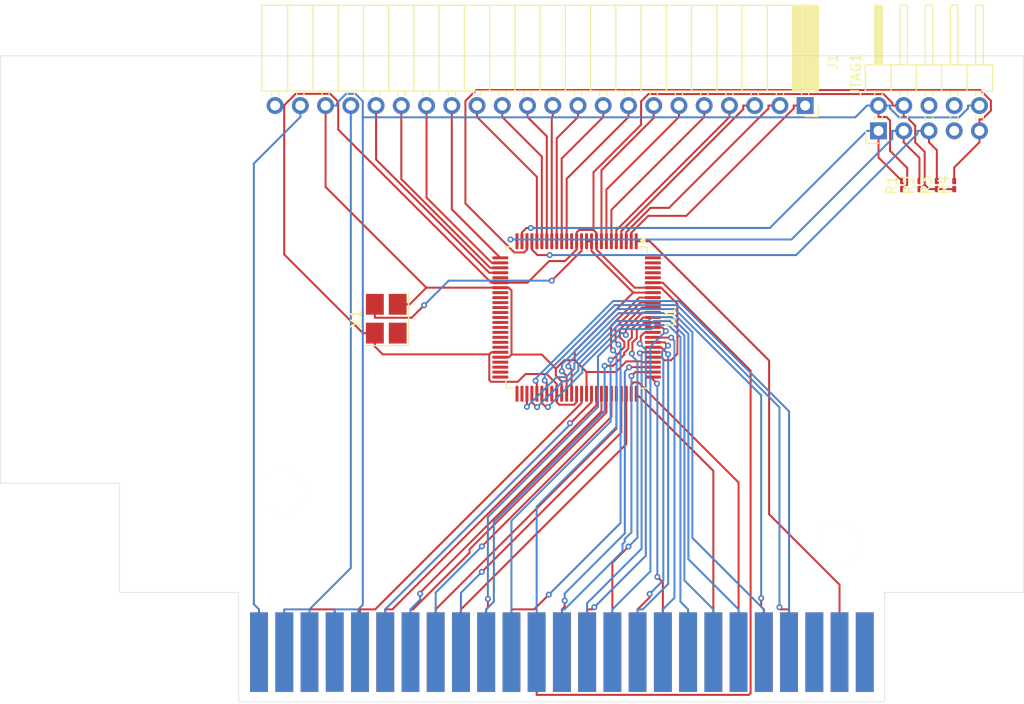
<source format=kicad_pcb>
(kicad_pcb (version 20240108) (generator "pcbnew") (generator_version "8.0")
  (layers (0 "F.Cu" signal) (31 "B.Cu" signal) (34 "B.Paste" user) (35 "F.Paste" user) (36 "B.SilkS" user "B.Silkscreen") (37 "F.SilkS" user "F.Silkscreen") (38 "B.Mask" user) (39 "F.Mask" user) (44 "Edge.Cuts" user))
  (net 0 "")
  (net 1 "/RC12")
  (net 2 "/RD0")
  (net 3 "/RC17")
  (net 4 "GND")
  (net 5 "/RD3")
  (net 6 "/RC16")
  (net 7 "/RC11")
  (net 8 "/RC8")
  (net 9 "/RD7")
  (net 10 "/RD2")
  (net 11 "/RD4")
  (net 12 "/+5V")
  (net 13 "/RD6")
  (net 14 "/RC9")
  (net 15 "/RC15")
  (net 16 "/RC10")
  (net 17 "/SOUNDIN")
  (net 18 "/RC14")
  (net 19 "/RD5")
  (net 20 "/RD1")
  (net 21 "/RC13")
  (net 22 "/TMS")
  (net 23 "/MREQ")
  (net 24 "+3V3")
  (net 25 "/A3")
  (net 26 "/SLTSL")
  (net 27 "/RESET")
  (net 28 "/D1")
  (net 32 "/G26")
  (net 33 "/A10")
  (net 34 "/D4")
  (net 35 "/IORQ")
  (net 37 "/D7")
  (net 39 "/A1")
  (net 40 "/G25")
  (net 41 "/G23")
  (net 42 "/A11")
  (net 43 "/D5")
  (net 45 "/INT")
  (net 47 "/D2")
  (net 48 "/TDI")
  (net 49 "/D3")
  (net 50 "/BUSDIR")
  (net 51 "/A15")
  (net 53 "/WR")
  (net 54 "/A4")
  (net 55 "/A8")
  (net 57 "/A2")
  (net 58 "/A9")
  (net 60 "/RFSH")
  (net 61 "/A13")
  (net 62 "/A5")
  (net 63 "/G22")
  (net 64 "/TDO")
  (net 65 "/A7")
  (net 67 "/A14")
  (net 68 "/A12")
  (net 70 "/M1")
  (net 71 "/D0")
  (net 72 "/TCK")
  (net 73 "/CLK")
  (net 76 "/A0")
  (net 77 "/GCLK")
  (net 79 "/RD")
  (net 81 "/G27")
  (net 82 "/GCLK_OUT")
  (net 83 "/G24")
  (net 85 "/D6")
  (net 86 "/WAIT")
  (net 88 "/A6")
  (net 92 "Net-(P1-Pin_44)")
  (footprint "Package_QFP:LQFP-100_14x14mm_P0.5mm" (layer "F.Cu") (at 131 92.325 -90)
    (property "Reference" "U1")
    (property "Value" "EPM240T100")
  )
  (footprint "Resistor_SMD:R_0201_0603Metric_Pad0.64x0.40mm_HandSolder" (layer "F.Cu") (at 169 79 90)
    (property "Reference" "R4")
    (property "Value" "10K")
  )
  (footprint "Resistor_SMD:R_0201_0603Metric_Pad0.64x0.40mm_HandSolder" (layer "F.Cu") (at 167.25 79 90)
    (property "Reference" "R3")
    (property "Value" "10K")
  )
  (footprint "Resistor_SMD:R_0201_0603Metric_Pad0.64x0.40mm_HandSolder" (layer "F.Cu") (at 165.5 79 90)
    (property "Reference" "R2")
    (property "Value" "10K")
  )
  (footprint "Connector_PinSocket_2.54mm:PinSocket_1x22_P2.54mm_Horizontal" (layer "F.Cu") (at 154 71 -90)
    (property "Reference" "J1")
    (property "Value" "Conn_01x21_Pin")
  )
  (footprint "Connector_PinHeader_2.54mm:PinHeader_2x05_P2.54mm_Horizontal" (layer "F.Cu") (at 161.38 73.54 90)
    (property "Reference" "JTAG1")
    (property "Value" "CONN_02X05")
  )
  (footprint "library:card_edge_connector" (layer "F.Cu") (at 128.2602 122.8526)
    (property "Reference" "P1" (hide yes))
    (property "Value" "CONN_02X25")
  )
  (footprint "Crystal:Crystal_SMD_3225-4Pin_3.2x2.5mm_HandSoldering" (layer "F.Cu") (at 111.85 92.45 90)
    (property "Reference" "X1")
    (property "Value" "TXC-7C")
  )
  (footprint "Resistor_SMD:R_0201_0603Metric_Pad0.64x0.40mm_HandSolder" (layer "F.Cu") (at 163.75 79 90)
    (property "Reference" "R1")
    (property "Value" "10K")
  )
  (gr_line (start 85 109) (end 85 120) (stroke (width 0.05)) (layer "Edge.Cuts"))
  (gr_line (start 97 120) (end 97 131) (stroke (width 0.05)) (layer "Edge.Cuts"))
  (gr_line (start 73 109) (end 85 109) (stroke (width 0.05)) (layer "Edge.Cuts"))
  (gr_line (start 97 131) (end 162 131) (stroke (width 0.05)) (layer "Edge.Cuts"))
  (gr_line (start 176 120) (end 176 66) (stroke (width 0.05)) (layer "Edge.Cuts"))
  (gr_line (start 162 131) (end 162 120) (stroke (width 0.05)) (layer "Edge.Cuts"))
  (gr_line (start 73 66) (end 73 109) (stroke (width 0.05)) (layer "Edge.Cuts"))
  (gr_line (start 85 120) (end 97 120) (stroke (width 0.05)) (layer "Edge.Cuts"))
  (gr_line (start 162 120) (end 176 120) (stroke (width 0.05)) (layer "Edge.Cuts"))
  (gr_line (start 176 66) (end 73 66) (stroke (width 0.05)) (layer "Edge.Cuts"))
  (segment (start 127.5 84.65) (end 127.5 76.1317) (width 0.2) (layer "F.Cu") (net 1))
  (segment (start 123.52 71) (end 123.52 72.1517) (width 0.2) (layer "F.Cu") (net 1))
  (segment (start 127.5 76.1317) (end 123.52 72.1517) (width 0.2) (layer "F.Cu") (net 1))
  (segment (start 142.0391 82.0971) (end 152.8483 71.2879) (width 0.2) (layer "F.Cu") (net 2))
  (segment (start 136.5 84.65) (end 136.5 83.8088) (width 0.2) (layer "F.Cu") (net 2))
  (segment (start 136.5 83.8088) (end 138.2117 82.0971) (width 0.2) (layer "F.Cu") (net 2))
  (segment (start 138.2117 82.0971) (end 142.0391 82.0971) (width 0.2) (layer "F.Cu") (net 2))
  (segment (start 152.8483 71.2879) (end 152.8483 71) (width 0.2) (layer "F.Cu") (net 2))
  (segment (start 154 71) (end 152.8483 71) (width 0.2) (layer "F.Cu") (net 2))
  (segment (start 110.82 76.431) (end 122.214 87.825) (width 0.2) (layer "F.Cu") (net 3))
  (segment (start 122.214 87.825) (end 123.325 87.825) (width 0.2) (layer "F.Cu") (net 3))
  (segment (start 110.82 71) (end 110.82 76.431) (width 0.2) (layer "F.Cu") (net 3))
  (segment (start 162.545 72.5022) (end 162.1945 72.1517) (width 0.2) (layer "F.Cu") (net 4))
  (segment (start 115.8767 89.325) (end 123.325 89.325) (width 0.2) (layer "F.Cu") (net 4))
  (segment (start 130.812 95.7064) (end 136.6934 89.825) (width 0.2) (layer "F.Cu") (net 4))
  (segment (start 132 97.8126) (end 132 100) (width 0.2) (layer "F.Cu") (net 4))
  (segment (start 129.7642 96.6246) (end 130.812 96.6246) (width 0.2) (layer "F.Cu") (net 4))
  (segment (start 164.2675 77.2797) (end 162.545 75.5572) (width 0.2) (layer "F.Cu") (net 4))
  (segment (start 132.5 84.65) (end 132 84.65) (width 0.2) (layer "F.Cu") (net 4))
  (segment (start 128.9125 98.1812) (end 128.9125 97.4763) (width 0.2) (layer "F.Cu") (net 4))
  (segment (start 113 91) (end 114.2017 91) (width 0.2) (layer "F.Cu") (net 4))
  (segment (start 163.836 79.4075) (end 164.2675 78.976) (width 0.2) (layer "F.Cu") (net 4))
  (segment (start 130.812 96.6246) (end 132 97.8126) (width 0.2) (layer "F.Cu") (net 4))
  (segment (start 124.1821 96.325) (end 123.325 96.325) (width 0.2) (layer "F.Cu") (net 4))
  (segment (start 132.5 85.6316) (end 136.6934 89.825) (width 0.2) (layer "F.Cu") (net 4))
  (segment (start 123.325 89.325) (end 124.1581 89.325) (width 0.2) (layer "F.Cu") (net 4))
  (segment (start 128.9125 97.4763) (end 129.7642 96.6246) (width 0.2) (layer "F.Cu") (net 4))
  (segment (start 132.5 84.65) (end 132.5 85.6316) (width 0.2) (layer "F.Cu") (net 4))
  (segment (start 134.9404 97.8126) (end 132 97.8126) (width 0.2) (layer "F.Cu") (net 4))
  (segment (start 138.675 96.825) (end 137.5745 96.825) (width 0.2) (layer "F.Cu") (net 4))
  (segment (start 124.4499 96.0572) (end 127.4934 96.0572) (width 0.2) (layer "F.Cu") (net 4))
  (segment (start 161.38 71) (end 161.38 72.1517) (width 0.2) (layer "F.Cu") (net 4))
  (segment (start 124.1581 89.325) (end 124.4499 89.6168) (width 0.2) (layer "F.Cu") (net 4))
  (segment (start 114.2017 91) (end 115.8767 89.325) (width 0.2) (layer "F.Cu") (net 4))
  (segment (start 137.5745 96.825) (end 137.4899 96.7404) (width 0.2) (layer "F.Cu") (net 4))
  (segment (start 162.545 75.5572) (end 162.545 72.5022) (width 0.2) (layer "F.Cu") (net 4))
  (segment (start 105.74 79.1883) (end 105.74 71) (width 0.2) (layer "F.Cu") (net 4))
  (segment (start 115.8767 89.325) (end 105.74 79.1883) (width 0.2) (layer "F.Cu") (net 4))
  (segment (start 124.4499 89.6168) (end 124.4499 96.0572) (width 0.2) (layer "F.Cu") (net 4))
  (segment (start 129.5 98.7687) (end 128.9125 98.1812) (width 0.2) (layer "F.Cu") (net 4))
  (segment (start 129.5 100) (end 129.5 98.7687) (width 0.2) (layer "F.Cu") (net 4))
  (segment (start 124.4499 96.0572) (end 124.1821 96.325) (width 0.2) (layer "F.Cu") (net 4))
  (segment (start 127.4934 96.0572) (end 128.9125 97.4763) (width 0.2) (layer "F.Cu") (net 4))
  (segment (start 162.1945 72.1517) (end 161.38 72.1517) (width 0.2) (layer "F.Cu") (net 4))
  (segment (start 136.0126 96.7404) (end 134.9404 97.8126) (width 0.2) (layer "F.Cu") (net 4))
  (segment (start 163.75 79.4075) (end 163.836 79.4075) (width 0.2) (layer "F.Cu") (net 4))
  (segment (start 130.812 96.6246) (end 130.812 95.7064) (width 0.2) (layer "F.Cu") (net 4))
  (segment (start 138.675 89.825) (end 136.6934 89.825) (width 0.2) (layer "F.Cu") (net 4))
  (segment (start 137.4899 96.7404) (end 136.0126 96.7404) (width 0.2) (layer "F.Cu") (net 4))
  (segment (start 164.2675 78.976) (end 164.2675 77.2797) (width 0.2) (layer "F.Cu") (net 4))
  (segment (start 162.5317 71.2685) (end 162.5317 71) (width 0.2) (layer "B.Cu") (net 4))
  (segment (start 109.0281 121.6983) (end 106.66 121.6983) (width 0.2) (layer "B.Cu") (net 4))
  (segment (start 109.0281 121.6983) (end 109.485 121.2414) (width 0.2) (layer "B.Cu") (net 4))
  (segment (start 105.74 71) (end 106.8917 71) (width 0.2) (layer "B.Cu") (net 4))
  (segment (start 108.753 69.8227) (end 107.8005 69.8227) (width 0.2) (layer "B.Cu") (net 4))
  (segment (start 161.38 71) (end 162.5317 71) (width 0.2) (layer "B.Cu") (net 4))
  (segment (start 171.54 71) (end 170.3883 71) (width 0.2) (layer "B.Cu") (net 4))
  (segment (start 159.046 72.1823) (end 160.2283 71) (width 0.2) (layer "B.Cu") (net 4))
  (segment (start 163.4538 72.1906) (end 162.5317 71.2685) (width 0.2) (layer "B.Cu") (net 4))
  (segment (start 106.8917 70.7315) (end 106.8917 71) (width 0.2) (layer "B.Cu") (net 4))
  (segment (start 109.485 70.5547) (end 108.753 69.8227) (width 0.2) (layer "B.Cu") (net 4))
  (segment (start 170.3883 71) (end 170.3883 71.2879) (width 0.2) (layer "B.Cu") (net 4))
  (segment (start 109.2 126) (end 109.2 123.8491) (width 0.2) (layer "B.Cu") (net 4))
  (segment (start 109.0281 123.6772) (end 109.0281 121.6983) (width 0.2) (layer "B.Cu") (net 4))
  (segment (start 106.66 126) (end 106.66 121.6983) (width 0.2) (layer "B.Cu") (net 4))
  (segment (start 107.8005 69.8227) (end 106.8917 70.7315) (width 0.2) (layer "B.Cu") (net 4))
  (segment (start 169.4856 72.1906) (end 163.4538 72.1906) (width 0.2) (layer "B.Cu") (net 4))
  (segment (start 161.38 71) (end 160.2283 71) (width 0.2) (layer "B.Cu") (net 4))
  (segment (start 109.485 72.1823) (end 109.485 70.5547) (width 0.2) (layer "B.Cu") (net 4))
  (segment (start 109.2 123.8491) (end 109.0281 123.6772) (width 0.2) (layer "B.Cu") (net 4))
  (segment (start 109.485 121.2414) (end 109.485 72.1823) (width 0.2) (layer "B.Cu") (net 4))
  (segment (start 170.3883 71.2879) (end 169.4856 72.1906) (width 0.2) (layer "B.Cu") (net 4))
  (segment (start 109.485 72.1823) (end 159.046 72.1823) (width 0.2) (layer "B.Cu") (net 4))
  (segment (start 146.38 71) (end 146.38 72.1517) (width 0.2) (layer "F.Cu") (net 5))
  (segment (start 135 83.5317) (end 135 84.65) (width 0.2) (layer "F.Cu") (net 5))
  (segment (start 146.38 72.1517) (end 135 83.5317) (width 0.2) (layer "F.Cu") (net 5))
  (segment (start 122.2894 87.325) (end 113.36 78.3956) (width 0.2) (layer "F.Cu") (net 6))
  (segment (start 123.325 87.325) (end 122.2894 87.325) (width 0.2) (layer "F.Cu") (net 6))
  (segment (start 113.36 78.3956) (end 113.36 71) (width 0.2) (layer "F.Cu") (net 6))
  (segment (start 126.06 72.1517) (end 128 74.0917) (width 0.2) (layer "F.Cu") (net 7))
  (segment (start 128 74.0917) (end 128 84.65) (width 0.2) (layer "F.Cu") (net 7))
  (segment (start 126.06 71) (end 126.06 72.1517) (width 0.2) (layer "F.Cu") (net 7))
  (segment (start 133.68 72.1517) (end 129.5 76.3317) (width 0.2) (layer "F.Cu") (net 8))
  (segment (start 133.68 71) (end 133.68 72.1517) (width 0.2) (layer "F.Cu") (net 8))
  (segment (start 129.5 76.3317) (end 129.5 84.65) (width 0.2) (layer "F.Cu") (net 8))
  (segment (start 130 78.3717) (end 130 84.65) (width 0.2) (layer "F.Cu") (net 9))
  (segment (start 136.22 71) (end 136.22 72.1517) (width 0.2) (layer "F.Cu") (net 9))
  (segment (start 136.22 72.1517) (end 130 78.3717) (width 0.2) (layer "F.Cu") (net 9))
  (segment (start 135.5 83.6403) (end 135.5 84.65) (width 0.2) (layer "F.Cu") (net 10))
  (segment (start 148.92 71) (end 147.7683 71) (width 0.2) (layer "F.Cu") (net 10))
  (segment (start 147.7683 71.372) (end 135.5 83.6403) (width 0.2) (layer "F.Cu") (net 10))
  (segment (start 147.7683 71) (end 147.7683 71.372) (width 0.2) (layer "F.Cu") (net 10))
  (segment (start 134.5 81.4917) (end 134.5 84.65) (width 0.2) (layer "F.Cu") (net 11))
  (segment (start 143.84 71) (end 143.84 72.1517) (width 0.2) (layer "F.Cu") (net 11))
  (segment (start 143.84 72.1517) (end 134.5 81.4917) (width 0.2) (layer "F.Cu") (net 11))
  (segment (start 104.12 121.7991) (end 104.12 121.6983) (width 0.2) (layer "B.Cu") (net 12))
  (segment (start 101.58 126) (end 101.58 121.6983) (width 0.2) (layer "B.Cu") (net 12))
  (segment (start 101.58 121.6983) (end 104.12 121.6983) (width 0.2) (layer "B.Cu") (net 12))
  (segment (start 108.28 117.5383) (end 108.28 71) (width 0.2) (layer "B.Cu") (net 12))
  (segment (start 104.12 121.6983) (end 108.28 117.5383) (width 0.2) (layer "B.Cu") (net 12))
  (segment (start 104.12 126) (end 104.12 121.7991) (width 0.2) (layer "B.Cu") (net 12))
  (segment (start 133.5 77.5089) (end 138.76 72.2489) (width 0.2) (layer "F.Cu") (net 13))
  (segment (start 138.76 71) (end 138.76 71.9854) (width 0.2) (layer "F.Cu") (net 13))
  (segment (start 138.76 72.2489) (end 138.76 71.9854) (width 0.2) (layer "F.Cu") (net 13))
  (segment (start 133.5 84.65) (end 133.5 77.5089) (width 0.2) (layer "F.Cu") (net 13))
  (segment (start 131.14 71) (end 131.14 72.1517) (width 0.2) (layer "F.Cu") (net 14))
  (segment (start 129 74.2917) (end 129 84.65) (width 0.2) (layer "F.Cu") (net 14))
  (segment (start 131.14 72.1517) (end 129 74.2917) (width 0.2) (layer "F.Cu") (net 14))
  (segment (start 115.9 71) (end 115.9 72.1517) (width 0.2) (layer "F.Cu") (net 15))
  (segment (start 115.9 80.2627) (end 115.9 72.1517) (width 0.2) (layer "F.Cu") (net 15))
  (segment (start 123.325 86.825) (end 122.4623 86.825) (width 0.2) (layer "F.Cu") (net 15))
  (segment (start 122.4623 86.825) (end 115.9 80.2627) (width 0.2) (layer "F.Cu") (net 15))
  (segment (start 128.6 71) (end 128.6 72.1517) (width 0.2) (layer "F.Cu") (net 16))
  (segment (start 128.5 72.2517) (end 128.5 84.65) (width 0.2) (layer "F.Cu") (net 16))
  (segment (start 128.6 72.1517) (end 128.5 72.2517) (width 0.2) (layer "F.Cu") (net 16))
  (segment (start 99.04 121.6983) (end 98.5223 121.1806) (width 0.2) (layer "B.Cu") (net 17))
  (segment (start 99.04 126) (end 99.04 121.6983) (width 0.2) (layer "B.Cu") (net 17))
  (segment (start 98.5223 121.1806) (end 98.5223 76.8294) (width 0.2) (layer "B.Cu") (net 17))
  (segment (start 103.2 71) (end 103.2 72.1517) (width 0.2) (layer "B.Cu") (net 17))
  (segment (start 98.5223 76.8294) (end 103.2 72.1517) (width 0.2) (layer "B.Cu") (net 17))
  (segment (start 118.44 81.44) (end 123.325 86.325) (width 0.2) (layer "F.Cu") (net 18))
  (segment (start 118.44 71) (end 118.44 72.1517) (width 0.2) (layer "F.Cu") (net 18))
  (segment (start 118.44 72.1517) (end 118.44 81.44) (width 0.2) (layer "F.Cu") (net 18))
  (segment (start 141.3 71) (end 141.3 72.1517) (width 0.2) (layer "F.Cu") (net 19))
  (segment (start 141.3 72.1517) (end 134 79.4517) (width 0.2) (layer "F.Cu") (net 19))
  (segment (start 134 79.4517) (end 134 84.65) (width 0.2) (layer "F.Cu") (net 19))
  (segment (start 136 83.7306) (end 138.4369 81.2937) (width 0.2) (layer "F.Cu") (net 20))
  (segment (start 140.3026 81.2937) (end 150.3083 71.288) (width 0.2) (layer "F.Cu") (net 20))
  (segment (start 138.4369 81.2937) (end 140.3026 81.2937) (width 0.2) (layer "F.Cu") (net 20))
  (segment (start 136 84.65) (end 136 83.7306) (width 0.2) (layer "F.Cu") (net 20))
  (segment (start 150.3083 71.288) (end 150.3083 71) (width 0.2) (layer "F.Cu") (net 20))
  (segment (start 151.46 71) (end 150.3083 71) (width 0.2) (layer "F.Cu") (net 20))
  (segment (start 127 78.1717) (end 127 84.65) (width 0.2) (layer "F.Cu") (net 21))
  (segment (start 120.98 71) (end 120.98 72.1517) (width 0.2) (layer "F.Cu") (net 21))
  (segment (start 120.98 72.1517) (end 127 78.1717) (width 0.2) (layer "F.Cu") (net 21))
  (segment (start 127.0587 86.0458) (end 128.2869 86.0458) (width 0.2) (layer "F.Cu") (net 22))
  (segment (start 126.5 84.65) (end 126.5 85.4871) (width 0.2) (layer "F.Cu") (net 22))
  (segment (start 166.46 73.54) (end 166.46 74.6917) (width 0.2) (layer "F.Cu") (net 22))
  (segment (start 167.25 78.5925) (end 167.25 75.4817) (width 0.2) (layer "F.Cu") (net 22))
  (segment (start 167.25 75.4817) (end 166.46 74.6917) (width 0.2) (layer "F.Cu") (net 22))
  (segment (start 126.5 85.4871) (end 127.0587 86.0458) (width 0.2) (layer "F.Cu") (net 22))
  (via (at 128.2869 86.0458) (size 0.6) (drill 0.3) (layers "F.Cu" "B.Cu") (net 22))
  (segment (start 153.0904 86.0458) (end 128.2869 86.0458) (width 0.2) (layer "B.Cu") (net 22))
  (segment (start 166.46 73.54) (end 165.3083 73.54) (width 0.2) (layer "B.Cu") (net 22))
  (segment (start 165.3083 73.8279) (end 153.0904 86.0458) (width 0.2) (layer "B.Cu") (net 22))
  (segment (start 165.3083 73.54) (end 165.3083 73.8279) (width 0.2) (layer "B.Cu") (net 22))
  (segment (start 147.3 126) (end 147.3 108.9334) (width 0.2) (layer "F.Cu") (net 23))
  (segment (start 136.7546 98.8511) (end 136.5 99.1057) (width 0.2) (layer "F.Cu") (net 23))
  (segment (start 137.2177 98.8511) (end 136.7546 98.8511) (width 0.2) (layer "F.Cu") (net 23))
  (segment (start 136.5 99.1057) (end 136.5 100) (width 0.2) (layer "F.Cu") (net 23))
  (segment (start 147.3 108.9334) (end 137.2177 98.8511) (width 0.2) (layer "F.Cu") (net 23))
  (segment (start 136.8419 89.325) (end 138.675 89.325) (width 0.2) (layer "F.Cu") (net 24))
  (segment (start 141.1471 95.9805) (end 141.1471 90.964) (width 0.2) (layer "F.Cu") (net 24))
  (segment (start 140.4958 96.6318) (end 141.1471 95.9805) (width 0.2) (layer "F.Cu") (net 24))
  (segment (start 163.92 71) (end 163.92 72.1517) (width 0.2) (layer "F.Cu") (net 24))
  (segment (start 131 84.65) (end 131 85.4831) (width 0.2) (layer "F.Cu") (net 24))
  (segment (start 137.49 70.5797) (end 138.2295 69.8402) (width 0.2) (layer "F.Cu") (net 24))
  (segment (start 125.0882 98.7959) (end 122.396 98.7959) (width 0.2) (layer "F.Cu") (net 24))
  (segment (start 131 100.8476) (end 130.741 101.1066) (width 0.2) (layer "F.Cu") (net 24))
  (segment (start 101.5734 70.9712) (end 102.7256 69.819) (width 0.2) (layer "F.Cu") (net 24))
  (segment (start 102.7256 69.819) (end 106.212 69.819) (width 0.2) (layer "F.Cu") (net 24))
  (segment (start 131 83.7709) (end 131 84.65) (width 0.2) (layer "F.Cu") (net 24))
  (segment (start 107.01 73.4153) (end 122.4197 88.825) (width 0.2) (layer "F.Cu") (net 24))
  (segment (start 125.8688 98.0153) (end 125.0882 98.7959) (width 0.2) (layer "F.Cu") (net 24))
  (segment (start 122.4197 88.825) (end 123.325 88.825) (width 0.2) (layer "F.Cu") (net 24))
  (segment (start 122.2118 96.0349) (end 111.4832 96.0349) (width 0.2) (layer "F.Cu") (net 24))
  (segment (start 131 85.4831) (end 129.8355 86.6476) (width 0.2) (layer "F.Cu") (net 24))
  (segment (start 129.8355 86.6476) (end 128.2379 86.6476) (width 0.2) (layer "F.Cu") (net 24))
  (segment (start 111.4832 96.0349) (end 110.7 95.2517) (width 0.2) (layer "F.Cu") (net 24))
  (segment (start 107.01 70.617) (end 107.01 73.4153) (width 0.2) (layer "F.Cu") (net 24))
  (segment (start 128.2379 86.6476) (end 126.0605 88.825) (width 0.2) (layer "F.Cu") (net 24))
  (segment (start 166.0298 75.6526) (end 166.0298 78.9626) (width 0.2) (layer "F.Cu") (net 24))
  (segment (start 122.2118 98.6117) (end 122.2118 96.0349) (width 0.2) (layer "F.Cu") (net 24))
  (segment (start 132.7002 83.5161) (end 133 83.8159) (width 0.2) (layer "F.Cu") (net 24))
  (segment (start 129 100) (end 129 99.0228) (width 0.2) (layer "F.Cu") (net 24))
  (segment (start 122.396 98.7959) (end 122.2118 98.6117) (width 0.2) (layer "F.Cu") (net 24))
  (segment (start 166.0298 78.9626) (end 165.5849 79.4075) (width 0.2) (layer "F.Cu") (net 24))
  (segment (start 101.5734 71) (end 101.5734 70.9712) (width 0.2) (layer "F.Cu") (net 24))
  (segment (start 161.877 69.8402) (end 162.7683 70.7315) (width 0.2) (layer "F.Cu") (net 24))
  (segment (start 133 84.65) (end 133 85.4831) (width 0.2) (layer "F.Cu") (net 24))
  (segment (start 109.4983 93.9) (end 101.5734 85.9751) (width 0.2) (layer "F.Cu") (net 24))
  (segment (start 110.7 93.9) (end 110.7 95.2517) (width 0.2) (layer "F.Cu") (net 24))
  (segment (start 162.7683 70.7315) (end 162.7683 71) (width 0.2) (layer "F.Cu") (net 24))
  (segment (start 165.5849 79.4075) (end 165.5 79.4075) (width 0.2) (layer "F.Cu") (net 24))
  (segment (start 132.7002 77.7147) (end 137.49 72.9249) (width 0.2) (layer "F.Cu") (net 24))
  (segment (start 139.8149 96.6318) (end 140.4958 96.6318) (width 0.2) (layer "F.Cu") (net 24))
  (segment (start 132.7002 83.5161) (end 132.7002 77.7147) (width 0.2) (layer "F.Cu") (net 24))
  (segment (start 166.4747 79.4075) (end 167.25 79.4075) (width 0.2) (layer "F.Cu") (net 24))
  (segment (start 100.66 71) (end 101.5734 71) (width 0.2) (layer "F.Cu") (net 24))
  (segment (start 139.5081 89.325) (end 138.675 89.325) (width 0.2) (layer "F.Cu") (net 24))
  (segment (start 138.2295 69.8402) (end 161.877 69.8402) (width 0.2) (layer "F.Cu") (net 24))
  (segment (start 131 100) (end 131 100.8476) (width 0.2) (layer "F.Cu") (net 24))
  (segment (start 165.0717 73.0154) (end 165.0717 74.6945) (width 0.2) (layer "F.Cu") (net 24))
  (segment (start 130.741 101.1066) (end 129.2596 101.1066) (width 0.2) (layer "F.Cu") (net 24))
  (segment (start 131.2548 83.5161) (end 131 83.7709) (width 0.2) (layer "F.Cu") (net 24))
  (segment (start 141.1471 90.964) (end 139.5081 89.325) (width 0.2) (layer "F.Cu") (net 24))
  (segment (start 127.9925 98.0153) (end 125.8688 98.0153) (width 0.2) (layer "F.Cu") (net 24))
  (segment (start 122.4217 95.825) (end 123.325 95.825) (width 0.2) (layer "F.Cu") (net 24))
  (segment (start 166.0298 78.9626) (end 166.4747 79.4075) (width 0.2) (layer "F.Cu") (net 24))
  (segment (start 133 83.8159) (end 133 84.65) (width 0.2) (layer "F.Cu") (net 24))
  (segment (start 139.5081 96.325) (end 139.8149 96.6318) (width 0.2) (layer "F.Cu") (net 24))
  (segment (start 164.208 72.1517) (end 165.0717 73.0154) (width 0.2) (layer "F.Cu") (net 24))
  (segment (start 137.49 72.9249) (end 137.49 70.5797) (width 0.2) (layer "F.Cu") (net 24))
  (segment (start 132.7002 83.5161) (end 131.2548 83.5161) (width 0.2) (layer "F.Cu") (net 24))
  (segment (start 165.0717 74.6945) (end 166.0298 75.6526) (width 0.2) (layer "F.Cu") (net 24))
  (segment (start 129 99.0228) (end 127.9925 98.0153) (width 0.2) (layer "F.Cu") (net 24))
  (segment (start 133 85.4831) (end 136.8419 89.325) (width 0.2) (layer "F.Cu") (net 24))
  (segment (start 126.0605 88.825) (end 123.325 88.825) (width 0.2) (layer "F.Cu") (net 24))
  (segment (start 138.675 96.325) (end 139.5081 96.325) (width 0.2) (layer "F.Cu") (net 24))
  (segment (start 122.2118 96.0349) (end 122.4217 95.825) (width 0.2) (layer "F.Cu") (net 24))
  (segment (start 129.2596 101.1066) (end 129 100.847) (width 0.2) (layer "F.Cu") (net 24))
  (segment (start 167.25 79.4075) (end 169 79.4075) (width 0.2) (layer "F.Cu") (net 24))
  (segment (start 129 100.847) (end 129 100) (width 0.2) (layer "F.Cu") (net 24))
  (segment (start 106.212 69.819) (end 107.01 70.617) (width 0.2) (layer "F.Cu") (net 24))
  (segment (start 101.5734 85.9751) (end 101.5734 71) (width 0.2) (layer "F.Cu") (net 24))
  (segment (start 163.92 72.1517) (end 164.208 72.1517) (width 0.2) (layer "F.Cu") (net 24))
  (segment (start 163.92 71) (end 162.7683 71) (width 0.2) (layer "F.Cu") (net 24))
  (segment (start 110.7 93.9) (end 109.4983 93.9) (width 0.2) (layer "F.Cu") (net 24))
  (segment (start 135.8091 95.2909) (end 135.8091 94.7925) (width 0.2) (layer "F.Cu") (net 25))
  (segment (start 135.8091 94.7925) (end 135.6628 94.6462) (width 0.2) (layer "F.Cu") (net 25))
  (segment (start 135.6628 94.646) (end 135.3509 94.3341) (width 0.2) (layer "F.Cu") (net 25))
  (segment (start 134.419 96.5894) (end 134.5881 96.5894) (width 0.2) (layer "F.Cu") (net 25))
  (segment (start 137.5532 91.325) (end 138.675 91.325) (width 0.2) (layer "F.Cu") (net 25))
  (segment (start 135.3803 95.7176) (end 135.4545 95.6434) (width 0.2) (layer "F.Cu") (net 25))
  (segment (start 135.6628 94.6462) (end 135.6628 94.646) (width 0.2) (layer "F.Cu") (net 25))
  (segment (start 135.3509 93.5273) (end 137.5532 91.325) (width 0.2) (layer "F.Cu") (net 25))
  (segment (start 135.4545 95.6434) (end 135.4566 95.6434) (width 0.2) (layer "F.Cu") (net 25))
  (segment (start 135.3803 95.7972) (end 135.3803 95.7176) (width 0.2) (layer "F.Cu") (net 25))
  (segment (start 135.3509 94.3341) (end 135.3509 93.5273) (width 0.2) (layer "F.Cu") (net 25))
  (segment (start 134.5881 96.5894) (end 135.3803 95.7972) (width 0.2) (layer "F.Cu") (net 25))
  (segment (start 135.4566 95.6434) (end 135.8091 95.2909) (width 0.2) (layer "F.Cu") (net 25))
  (via (at 134.419 96.5894) (size 0.6) (drill 0.3) (layers "F.Cu" "B.Cu") (net 25))
  (segment (start 124.44 126) (end 124.44 112.7704) (width 0.2) (layer "B.Cu") (net 25))
  (segment (start 134.4206 96.591) (end 134.419 96.5894) (width 0.2) (layer "B.Cu") (net 25))
  (segment (start 124.44 112.7704) (end 134.4206 102.7898) (width 0.2) (layer "B.Cu") (net 25))
  (segment (start 134.4206 102.7898) (end 134.4206 96.591) (width 0.2) (layer "B.Cu") (net 25))
  (segment (start 157.46 126) (end 157.46 119.2166) (width 0.2) (layer "F.Cu") (net 26))
  (segment (start 157.46 119.2166) (end 150.3709 112.1275) (width 0.2) (layer "F.Cu") (net 26))
  (segment (start 150.3709 112.1275) (end 150.3709 96.6625) (width 0.2) (layer "F.Cu") (net 26))
  (segment (start 150.3709 96.6625) (end 138.3584 84.65) (width 0.2) (layer "F.Cu") (net 26))
  (segment (start 138.3584 84.65) (end 137 84.65) (width 0.2) (layer "F.Cu") (net 26))
  (segment (start 127.9072 101.3377) (end 128.1026 101.3377) (width 0.2) (layer "F.Cu") (net 27))
  (segment (start 127.5 100) (end 127.5 100.9305) (width 0.2) (layer "F.Cu") (net 27))
  (segment (start 127.5 100.9305) (end 127.9072 101.3377) (width 0.2) (layer "F.Cu") (net 27))
  (via (at 128.1026 101.3377) (size 0.6) (drill 0.3) (layers "F.Cu" "B.Cu") (net 27))
  (segment (start 135.3425 93.4875) (end 138.5342 93.4875) (width 0.2) (layer "B.Cu") (net 27))
  (segment (start 131.573 97.8673) (end 131.573 97.257) (width 0.2) (layer "B.Cu") (net 27))
  (segment (start 140.2296 93.0903) (end 141.4466 94.3073) (width 0.2) (layer "B.Cu") (net 27))
  (segment (start 138.5342 93.4875) (end 138.9314 93.0903) (width 0.2) (layer "B.Cu") (net 27))
  (segment (start 141.4466 120.9249) (end 142.22 121.6983) (width 0.2) (layer "B.Cu") (net 27))
  (segment (start 128.1026 101.3377) (end 131.573 97.8673) (width 0.2) (layer "B.Cu") (net 27))
  (segment (start 141.4466 94.3073) (end 141.4466 120.9249) (width 0.2) (layer "B.Cu") (net 27))
  (segment (start 138.9314 93.0903) (end 140.2296 93.0903) (width 0.2) (layer "B.Cu") (net 27))
  (segment (start 131.573 97.257) (end 135.3425 93.4875) (width 0.2) (layer "B.Cu") (net 27))
  (segment (start 142.22 126) (end 142.22 121.6983) (width 0.2) (layer "B.Cu") (net 27))
  (segment (start 121.4668 117.9254) (end 135.5 103.8922) (width 0.2) (layer "F.Cu") (net 28))
  (segment (start 135.5 103.8922) (end 135.5 100) (width 0.2) (layer "F.Cu") (net 28))
  (via (at 121.4668 117.9254) (size 0.6) (drill 0.3) (layers "F.Cu" "B.Cu") (net 28))
  (segment (start 119.36 126) (end 119.36 121.6983) (width 0.2) (layer "B.Cu") (net 28))
  (segment (start 119.36 120.0322) (end 121.4668 117.9254) (width 0.2) (layer "B.Cu") (net 28))
  (segment (start 119.36 121.6983) (end 119.36 120.0322) (width 0.2) (layer "B.Cu") (net 28))
  (segment (start 138.675 94.825) (end 139.861 94.825) (width 0.2) (layer "F.Cu") (net 33))
  (segment (start 137.14 121.6983) (end 138.3519 120.4864) (width 0.2) (layer "F.Cu") (net 33))
  (segment (start 139.861 94.825) (end 140.1951 95.1591) (width 0.2) (layer "F.Cu") (net 33))
  (segment (start 137.14 126) (end 137.14 121.6983) (width 0.2) (layer "F.Cu") (net 33))
  (segment (start 138.3519 120.4864) (end 138.3519 120.1493) (width 0.2) (layer "F.Cu") (net 33))
  (via (at 138.3519 120.1493) (size 0.6) (drill 0.3) (layers "F.Cu" "B.Cu") (net 33))
  (via (at 140.1951 95.1591) (size 0.6) (drill 0.3) (layers "F.Cu" "B.Cu") (net 33))
  (segment (start 139.6117 96.3843) (end 139.7273 96.4999) (width 0.2) (layer "B.Cu") (net 33))
  (segment (start 139.7273 118.7739) (end 138.3519 120.1493) (width 0.2) (layer "B.Cu") (net 33))
  (segment (start 140.1951 95.1591) (end 139.6117 95.7425) (width 0.2) (layer "B.Cu") (net 33))
  (segment (start 139.7273 96.4999) (end 139.7273 118.7739) (width 0.2) (layer "B.Cu") (net 33))
  (segment (start 139.6117 95.7425) (end 139.6117 96.3843) (width 0.2) (layer "B.Cu") (net 33))
  (segment (start 114.28 126) (end 114.28 121.6983) (width 0.2) (layer "F.Cu") (net 34))
  (segment (start 120.2295 116.0012) (end 120.2295 115.6539) (width 0.2) (layer "F.Cu") (net 34))
  (segment (start 120.2295 115.6539) (end 134 101.8834) (width 0.2) (layer "F.Cu") (net 34))
  (segment (start 134 101.8834) (end 134 100) (width 0.2) (layer "F.Cu") (net 34))
  (segment (start 114.28 121.6983) (end 114.5324 121.6983) (width 0.2) (layer "F.Cu") (net 34))
  (segment (start 114.5324 121.6983) (end 120.2295 116.0012) (width 0.2) (layer "F.Cu") (net 34))
  (segment (start 126 100) (end 126 101.3136) (width 0.2) (layer "F.Cu") (net 35))
  (via (at 126 101.3136) (size 0.6) (drill 0.3) (layers "F.Cu" "B.Cu") (net 35))
  (segment (start 130.7695 96.9245) (end 135.0099 92.6841) (width 0.2) (layer "B.Cu") (net 35))
  (segment (start 129.9327 98.3321) (end 130.4155 97.8493) (width 0.2) (layer "B.Cu") (net 35))
  (segment (start 130.7696 96.9968) (end 130.7695 96.9967) (width 0.2) (layer "B.Cu") (net 35))
  (segment (start 141.5683 93.2929) (end 142.25 93.9746) (width 0.2) (layer "B.Cu") (net 35))
  (segment (start 138.5988 92.2869) (end 140.5622 92.2869) (width 0.2) (layer "B.Cu") (net 35))
  (segment (start 142.25 93.9746) (end 142.25 116.6483) (width 0.2) (layer "B.Cu") (net 35))
  (segment (start 130.7696 97.4968) (end 130.7696 96.9968) (width 0.2) (layer "B.Cu") (net 35))
  (segment (start 138.2016 92.6841) (end 138.5988 92.2869) (width 0.2) (layer "B.Cu") (net 35))
  (segment (start 128.9815 98.3321) (end 129.9327 98.3321) (width 0.2) (layer "B.Cu") (net 35))
  (segment (start 140.5622 92.2869) (end 141.5682 93.2929) (width 0.2) (layer "B.Cu") (net 35))
  (segment (start 130.4171 97.8493) (end 130.7696 97.4968) (width 0.2) (layer "B.Cu") (net 35))
  (segment (start 135.0099 92.6841) (end 138.2016 92.6841) (width 0.2) (layer "B.Cu") (net 35))
  (segment (start 147.3 126) (end 147.3 121.6983) (width 0.2) (layer "B.Cu") (net 35))
  (segment (start 130.7695 96.9967) (end 130.7695 96.9245) (width 0.2) (layer "B.Cu") (net 35))
  (segment (start 126 101.3136) (end 128.9815 98.3321) (width 0.2) (layer "B.Cu") (net 35))
  (segment (start 141.5682 93.2929) (end 141.5683 93.2929) (width 0.2) (layer "B.Cu") (net 35))
  (segment (start 130.4155 97.8493) (end 130.4171 97.8493) (width 0.2) (layer "B.Cu") (net 35))
  (segment (start 142.25 116.6483) (end 147.3 121.6983) (width 0.2) (layer "B.Cu") (net 35))
  (segment (start 132.5 100.8393) (end 130.38 102.9593) (width 0.2) (layer "F.Cu") (net 37))
  (segment (start 132.5 100) (end 132.5 100.8393) (width 0.2) (layer "F.Cu") (net 37))
  (segment (start 130.38 102.9593) (end 130.3372 102.9593) (width 0.2) (layer "F.Cu") (net 37))
  (via (at 130.3372 102.9593) (size 0.6) (drill 0.3) (layers "F.Cu" "B.Cu") (net 37))
  (segment (start 111.74 121.6983) (end 130.3372 103.1011) (width 0.2) (layer "B.Cu") (net 37))
  (segment (start 111.74 126) (end 111.74 121.6983) (width 0.2) (layer "B.Cu") (net 37))
  (segment (start 130.3372 103.1011) (end 130.3372 102.9593) (width 0.2) (layer "B.Cu") (net 37))
  (segment (start 137.3048 90.325) (end 138.675 90.325) (width 0.2) (layer "F.Cu") (net 39))
  (segment (start 134.4722 93.1576) (end 137.3048 90.325) (width 0.2) (layer "F.Cu") (net 39))
  (segment (start 134.664 95.6323) (end 134.4722 95.4405) (width 0.2) (layer "F.Cu") (net 39))
  (segment (start 134.4722 95.4405) (end 134.4722 93.1576) (width 0.2) (layer "F.Cu") (net 39))
  (via (at 134.664 95.6323) (size 0.6) (drill 0.3) (layers "F.Cu" "B.Cu") (net 39))
  (segment (start 126.98 126) (end 126.98 121.6983) (width 0.2) (layer "B.Cu") (net 39))
  (segment (start 126.98 111.3664) (end 135.0207 103.3257) (width 0.2) (layer "B.Cu") (net 39))
  (segment (start 135.0207 95.989) (end 134.664 95.6323) (width 0.2) (layer "B.Cu") (net 39))
  (segment (start 135.0207 103.3257) (end 135.0207 95.989) (width 0.2) (layer "B.Cu") (net 39))
  (segment (start 126.98 121.6983) (end 126.98 111.3664) (width 0.2) (layer "B.Cu") (net 39))
  (segment (start 139.5091 95.325) (end 140.2134 96.0293) (width 0.2) (layer "F.Cu") (net 42))
  (segment (start 138.675 95.325) (end 139.5091 95.325) (width 0.2) (layer "F.Cu") (net 42))
  (via (at 140.2134 96.0293) (size 0.6) (drill 0.3) (layers "F.Cu" "B.Cu") (net 42))
  (segment (start 137.14 121.6983) (end 137.6567 121.6983) (width 0.2) (layer "B.Cu") (net 42))
  (segment (start 137.14 126) (end 137.14 121.6983) (width 0.2) (layer "B.Cu") (net 42))
  (segment (start 140.2134 119.1416) (end 140.2134 96.0293) (width 0.2) (layer "B.Cu") (net 42))
  (segment (start 137.6567 121.6983) (end 140.2134 119.1416) (width 0.2) (layer "B.Cu") (net 42))
  (segment (start 133.5 101.77) (end 133.5 100) (width 0.2) (layer "F.Cu") (net 43))
  (segment (start 115.2573 120.1225) (end 115.2573 120.0127) (width 0.2) (layer "F.Cu") (net 43))
  (segment (start 115.2573 120.0127) (end 133.5 101.77) (width 0.2) (layer "F.Cu") (net 43))
  (via (at 115.2573 120.1225) (size 0.6) (drill 0.3) (layers "F.Cu" "B.Cu") (net 43))
  (segment (start 115.2573 120.721) (end 115.2573 120.1225) (width 0.2) (layer "B.Cu") (net 43))
  (segment (start 114.28 126) (end 114.28 121.6983) (width 0.2) (layer "B.Cu") (net 43))
  (segment (start 114.28 121.6983) (end 115.2573 120.721) (width 0.2) (layer "B.Cu") (net 43))
  (segment (start 152.38 126) (end 152.38 121.6983) (width 0.2) (layer "F.Cu") (net 45))
  (segment (start 128 100) (end 128 98.8737) (width 0.2) (layer "F.Cu") (net 45))
  (segment (start 151.6232 121.6983) (end 151.4133 121.4884) (width 0.2) (layer "F.Cu") (net 45))
  (segment (start 152.38 121.6983) (end 151.6232 121.6983) (width 0.2) (layer "F.Cu") (net 45))
  (segment (start 128 98.8737) (end 127.7915 98.6652) (width 0.2) (layer "F.Cu") (net 45))
  (via (at 127.7915 98.6652) (size 0.6) (drill 0.3) (layers "F.Cu" "B.Cu") (net 45))
  (via (at 151.4133 121.4884) (size 0.6) (drill 0.3) (layers "F.Cu" "B.Cu") (net 45))
  (segment (start 127.7915 98.1244) (end 127.7915 98.6652) (width 0.2) (layer "B.Cu") (net 45))
  (segment (start 151.4133 101.3706) (end 141.1198 91.0771) (width 0.2) (layer "B.Cu") (net 45))
  (segment (start 141.1198 91.0771) (end 134.8388 91.0771) (width 0.2) (layer "B.Cu") (net 45))
  (segment (start 151.4133 121.4884) (end 151.4133 101.3706) (width 0.2) (layer "B.Cu") (net 45))
  (segment (start 134.8388 91.0771) (end 127.7915 98.1244) (width 0.2) (layer "B.Cu") (net 45))
  (segment (start 135 100) (end 135 103.5183) (width 0.2) (layer "F.Cu") (net 47))
  (segment (start 116.82 126) (end 116.82 121.6983) (width 0.2) (layer "F.Cu") (net 47))
  (segment (start 135 103.5183) (end 116.82 121.6983) (width 0.2) (layer "F.Cu") (net 47))
  (segment (start 171.54 73.54) (end 171.54 74.6917) (width 0.2) (layer "F.Cu") (net 48))
  (segment (start 124.7384 85.7811) (end 125.7197 85.7811) (width 0.2) (layer "F.Cu") (net 48))
  (segment (start 171.54 72.3883) (end 171.8085 72.3883) (width 0.2) (layer "F.Cu") (net 48))
  (segment (start 172.6927 70.5114) (end 171.6198 69.4385) (width 0.2) (layer "F.Cu") (net 48))
  (segment (start 125.7197 85.7811) (end 126 85.5008) (width 0.2) (layer "F.Cu") (net 48))
  (segment (start 119.809 70.5309) (end 119.809 80.8517) (width 0.2) (layer "F.Cu") (net 48))
  (segment (start 171.54 74.6917) (end 169 77.2317) (width 0.2) (layer "F.Cu") (net 48))
  (segment (start 169 77.2317) (end 169 78.5925) (width 0.2) (layer "F.Cu") (net 48))
  (segment (start 171.8085 72.3883) (end 172.6927 71.5041) (width 0.2) (layer "F.Cu") (net 48))
  (segment (start 172.6927 71.5041) (end 172.6927 70.5114) (width 0.2) (layer "F.Cu") (net 48))
  (segment (start 120.9014 69.4385) (end 119.809 70.5309) (width 0.2) (layer "F.Cu") (net 48))
  (segment (start 171.54 73.54) (end 171.54 72.3883) (width 0.2) (layer "F.Cu") (net 48))
  (segment (start 126 85.5008) (end 126 84.65) (width 0.2) (layer "F.Cu") (net 48))
  (segment (start 171.6198 69.4385) (end 120.9014 69.4385) (width 0.2) (layer "F.Cu") (net 48))
  (segment (start 119.809 80.8517) (end 124.7384 85.7811) (width 0.2) (layer "F.Cu") (net 48))
  (segment (start 134.5 100) (end 134.5 102.3242) (width 0.2) (layer "F.Cu") (net 49))
  (segment (start 134.5 102.3242) (end 121.468 115.3562) (width 0.2) (layer "F.Cu") (net 49))
  (via (at 121.468 115.3562) (size 0.6) (drill 0.3) (layers "F.Cu" "B.Cu") (net 49))
  (segment (start 116.82 120.0042) (end 121.468 115.3562) (width 0.2) (layer "B.Cu") (net 49))
  (segment (start 116.82 126) (end 116.82 121.6983) (width 0.2) (layer "B.Cu") (net 49))
  (segment (start 116.82 121.6983) (end 116.82 120.0042) (width 0.2) (layer "B.Cu") (net 49))
  (segment (start 149.84 121.6983) (end 149.5735 121.4318) (width 0.2) (layer "F.Cu") (net 50))
  (segment (start 149.5735 121.4318) (end 149.5735 120.5765) (width 0.2) (layer "F.Cu") (net 50))
  (segment (start 130 100) (end 130 98.2136) (width 0.2) (layer "F.Cu") (net 50))
  (segment (start 130 98.2136) (end 129.5168 97.7304) (width 0.2) (layer "F.Cu") (net 50))
  (segment (start 149.84 126) (end 149.84 121.6983) (width 0.2) (layer "F.Cu") (net 50))
  (via (at 129.5168 97.7304) (size 0.6) (drill 0.3) (layers "F.Cu" "B.Cu") (net 50))
  (via (at 149.5735 120.5765) (size 0.6) (drill 0.3) (layers "F.Cu" "B.Cu") (net 50))
  (segment (start 129.5168 97.7304) (end 129.5168 97.0391) (width 0.2) (layer "B.Cu") (net 50))
  (segment (start 140.8954 91.482) (end 149.5735 100.1601) (width 0.2) (layer "B.Cu") (net 50))
  (segment (start 135.0739 91.482) (end 140.8954 91.482) (width 0.2) (layer "B.Cu") (net 50))
  (segment (start 149.5735 100.1601) (end 149.5735 120.5765) (width 0.2) (layer "B.Cu") (net 50))
  (segment (start 129.5168 97.0391) (end 135.0739 91.482) (width 0.2) (layer "B.Cu") (net 50))
  (segment (start 139.68 118.9849) (end 139.1246 118.4295) (width 0.2) (layer "F.Cu") (net 51))
  (segment (start 139.68 121.6983) (end 139.68 118.9849) (width 0.2) (layer "F.Cu") (net 51))
  (segment (start 139.68 126) (end 139.68 121.6983) (width 0.2) (layer "F.Cu") (net 51))
  (segment (start 138.675 98.563) (end 139.0926 98.9806) (width 0.2) (layer "F.Cu") (net 51))
  (segment (start 138.675 98.325) (end 138.675 98.563) (width 0.2) (layer "F.Cu") (net 51))
  (via (at 139.1246 118.4295) (size 0.6) (drill 0.3) (layers "F.Cu" "B.Cu") (net 51))
  (via (at 139.0926 98.9806) (size 0.6) (drill 0.3) (layers "F.Cu" "B.Cu") (net 51))
  (segment (start 139.1246 99.0126) (end 139.1246 118.4295) (width 0.2) (layer "B.Cu") (net 51))
  (segment (start 139.0926 98.9806) (end 139.1246 99.0126) (width 0.2) (layer "B.Cu") (net 51))
  (segment (start 126.5 100) (end 126.5 100.8509) (width 0.2) (layer "F.Cu") (net 53))
  (segment (start 126.9964 101.3473) (end 127.0257 101.3473) (width 0.2) (layer "F.Cu") (net 53))
  (segment (start 126.5 100.8509) (end 126.9964 101.3473) (width 0.2) (layer "F.Cu") (net 53))
  (via (at 127.0257 101.3473) (size 0.6) (drill 0.3) (layers "F.Cu" "B.Cu") (net 53))
  (segment (start 129.6392 98.7338) (end 130.1006 98.7338) (width 0.2) (layer "B.Cu") (net 53))
  (segment (start 127.0257 101.3473) (end 129.6392 98.7338) (width 0.2) (layer "B.Cu") (net 53))
  (segment (start 131.1713 97.6631) (end 131.1713 97.0907) (width 0.2) (layer "B.Cu") (net 53))
  (segment (start 130.1006 98.7338) (end 131.1713 97.6631) (width 0.2) (layer "B.Cu") (net 53))
  (segment (start 138.7651 92.6886) (end 140.3959 92.6886) (width 0.2) (layer "B.Cu") (net 53))
  (segment (start 141.402 93.6946) (end 141.8483 94.1409) (width 0.2) (layer "B.Cu") (net 53))
  (segment (start 141.8483 118.7866) (end 144.76 121.6983) (width 0.2) (layer "B.Cu") (net 53))
  (segment (start 141.8483 94.1409) (end 141.8483 118.7866) (width 0.2) (layer "B.Cu") (net 53))
  (segment (start 140.3959 92.6886) (end 141.4019 93.6946) (width 0.2) (layer "B.Cu") (net 53))
  (segment (start 131.1713 97.0907) (end 135.1762 93.0858) (width 0.2) (layer "B.Cu") (net 53))
  (segment (start 141.4019 93.6946) (end 141.402 93.6946) (width 0.2) (layer "B.Cu") (net 53))
  (segment (start 135.1762 93.0858) (end 138.3679 93.0858) (width 0.2) (layer "B.Cu") (net 53))
  (segment (start 138.3679 93.0858) (end 138.7651 92.6886) (width 0.2) (layer "B.Cu") (net 53))
  (segment (start 144.76 126) (end 144.76 121.6983) (width 0.2) (layer "B.Cu") (net 53))
  (segment (start 121.9 126) (end 121.9 121.6983) (width 0.2) (layer "F.Cu") (net 54))
  (segment (start 137.6232 91.825) (end 135.9569 93.4913) (width 0.2) (layer "F.Cu") (net 54))
  (segment (start 121.9 121.6983) (end 122.0716 121.5267) (width 0.2) (layer "F.Cu") (net 54))
  (segment (start 122.0716 121.5267) (end 122.0716 120.6433) (width 0.2) (layer "F.Cu") (net 54))
  (segment (start 138.675 91.825) (end 137.6232 91.825) (width 0.2) (layer "F.Cu") (net 54))
  (segment (start 135.9569 93.4913) (end 135.9569 94.0893) (width 0.2) (layer "F.Cu") (net 54))
  (via (at 135.9569 94.0893) (size 0.6) (drill 0.3) (layers "F.Cu" "B.Cu") (net 54))
  (via (at 122.0716 120.6433) (size 0.6) (drill 0.3) (layers "F.Cu" "B.Cu") (net 54))
  (segment (start 122.0716 120.6433) (end 122.0716 112.4108) (width 0.2) (layer "B.Cu") (net 54))
  (segment (start 122.0716 112.4108) (end 133.1522 101.3302) (width 0.2) (layer "B.Cu") (net 54))
  (segment (start 135.5088 93.8892) (end 135.7568 93.8892) (width 0.2) (layer "B.Cu") (net 54))
  (segment (start 133.1522 101.3302) (end 133.1522 96.2458) (width 0.2) (layer "B.Cu") (net 54))
  (segment (start 135.7568 93.8892) (end 135.9569 94.0893) (width 0.2) (layer "B.Cu") (net 54))
  (segment (start 133.1522 96.2458) (end 135.5088 93.8892) (width 0.2) (layer "B.Cu") (net 54))
  (segment (start 137.4549 94.8613) (end 137.3497 94.9665) (width 0.2) (layer "F.Cu") (net 55))
  (segment (start 138.675 93.825) (end 137.8419 93.825) (width 0.2) (layer "F.Cu") (net 55))
  (segment (start 132.5674 121.6983) (end 132.7825 121.4832) (width 0.2) (layer "F.Cu") (net 55))
  (segment (start 132.06 126) (end 132.06 121.6983) (width 0.2) (layer "F.Cu") (net 55))
  (segment (start 137.4549 94.212) (end 137.4549 94.8613) (width 0.2) (layer "F.Cu") (net 55))
  (segment (start 137.8419 93.825) (end 137.4549 94.212) (width 0.2) (layer "F.Cu") (net 55))
  (segment (start 132.06 121.6983) (end 132.5674 121.6983) (width 0.2) (layer "F.Cu") (net 55))
  (via (at 137.3497 94.9665) (size 0.6) (drill 0.3) (layers "F.Cu" "B.Cu") (net 55))
  (via (at 132.7825 121.4832) (size 0.6) (drill 0.3) (layers "F.Cu" "B.Cu") (net 55))
  (segment (start 137.9636 116.3021) (end 137.9636 95.5804) (width 0.2) (layer "B.Cu") (net 55))
  (segment (start 132.7825 121.4832) (end 137.9636 116.3021) (width 0.2) (layer "B.Cu") (net 55))
  (segment (start 137.9636 95.5804) (end 137.3497 94.9665) (width 0.2) (layer "B.Cu") (net 55))
  (segment (start 134.9198 93.3281) (end 134.9198 94.7541) (width 0.2) (layer "F.Cu") (net 57))
  (segment (start 124.44 121.6983) (end 126.7252 121.6983) (width 0.2) (layer "F.Cu") (net 57))
  (segment (start 126.7252 121.6983) (end 128.2026 120.2209) (width 0.2) (layer "F.Cu") (net 57))
  (segment (start 134.9198 94.7541) (end 135.2074 95.0417) (width 0.2) (layer "F.Cu") (net 57))
  (segment (start 124.44 126) (end 124.44 121.6983) (width 0.2) (layer "F.Cu") (net 57))
  (segment (start 138.675 90.825) (end 137.4229 90.825) (width 0.2) (layer "F.Cu") (net 57))
  (segment (start 137.4229 90.825) (end 134.9198 93.3281) (width 0.2) (layer "F.Cu") (net 57))
  (via (at 128.2026 120.2209) (size 0.6) (drill 0.3) (layers "F.Cu" "B.Cu") (net 57))
  (via (at 135.2074 95.0417) (size 0.6) (drill 0.3) (layers "F.Cu" "B.Cu") (net 57))
  (segment (start 135.4225 113.001) (end 128.2026 120.2209) (width 0.2) (layer "B.Cu") (net 57))
  (segment (start 135.2074 95.0417) (end 135.4225 95.2568) (width 0.2) (layer "B.Cu") (net 57))
  (segment (start 135.4225 95.2568) (end 135.4225 113.001) (width 0.2) (layer "B.Cu") (net 57))
  (segment (start 138.7006 94.3506) (end 140.5143 94.3506) (width 0.2) (layer "F.Cu") (net 58))
  (segment (start 138.675 94.325) (end 138.7006 94.3506) (width 0.2) (layer "F.Cu") (net 58))
  (via (at 140.5143 94.3506) (size 0.6) (drill 0.3) (layers "F.Cu" "B.Cu") (net 58))
  (segment (start 140.847 94.6833) (end 140.847 120.5313) (width 0.2) (layer "B.Cu") (net 58))
  (segment (start 139.68 126) (end 139.68 121.6983) (width 0.2) (layer "B.Cu") (net 58))
  (segment (start 140.5143 94.3506) (end 140.847 94.6833) (width 0.2) (layer "B.Cu") (net 58))
  (segment (start 140.847 120.5313) (end 139.68 121.6983) (width 0.2) (layer "B.Cu") (net 58))
  (segment (start 129.52 121.6983) (end 129.8026 121.4157) (width 0.2) (layer "F.Cu") (net 61))
  (segment (start 129.52 126) (end 129.52 121.6983) (width 0.2) (layer "F.Cu") (net 61))
  (segment (start 129.8026 121.4157) (end 129.8026 120.8198) (width 0.2) (layer "F.Cu") (net 61))
  (segment (start 138.675 97.325) (end 136.2958 97.325) (width 0.2) (layer "F.Cu") (net 61))
  (segment (start 136.2958 97.325) (end 136.2786 97.3422) (width 0.2) (layer "F.Cu") (net 61))
  (via (at 136.2786 97.3422) (size 0.6) (drill 0.3) (layers "F.Cu" "B.Cu") (net 61))
  (via (at 129.8026 120.8198) (size 0.6) (drill 0.3) (layers "F.Cu" "B.Cu") (net 61))
  (segment (start 135.8535 114.047) (end 135.8535 97.7673) (width 0.2) (layer "B.Cu") (net 61))
  (segment (start 129.8026 120.8198) (end 129.8026 120.0979) (width 0.2) (layer "B.Cu") (net 61))
  (segment (start 129.8026 120.0979) (end 135.8535 114.047) (width 0.2) (layer "B.Cu") (net 61))
  (segment (start 135.8535 97.7673) (end 136.2786 97.3422) (width 0.2) (layer "B.Cu") (net 61))
  (segment (start 136.5586 94.3385) (end 136.5586 93.4697) (width 0.2) (layer "F.Cu") (net 62))
  (segment (start 137.7033 92.325) (end 138.675 92.325) (width 0.2) (layer "F.Cu") (net 62))
  (segment (start 136.2108 95.4572) (end 136.2108 94.6863) (width 0.2) (layer "F.Cu") (net 62))
  (segment (start 135.782 96.0789) (end 135.782 95.886) (width 0.2) (layer "F.Cu") (net 62))
  (segment (start 136.2108 94.6863) (end 136.5586 94.3385) (width 0.2) (layer "F.Cu") (net 62))
  (segment (start 133.8189 97.1911) (end 134.6698 97.1911) (width 0.2) (layer "F.Cu") (net 62))
  (segment (start 136.5586 93.4697) (end 137.7033 92.325) (width 0.2) (layer "F.Cu") (net 62))
  (segment (start 135.782 95.886) (end 136.2108 95.4572) (width 0.2) (layer "F.Cu") (net 62))
  (segment (start 134.6698 97.1911) (end 135.782 96.0789) (width 0.2) (layer "F.Cu") (net 62))
  (via (at 133.8189 97.1911) (size 0.6) (drill 0.3) (layers "F.Cu" "B.Cu") (net 62))
  (segment (start 122.6733 112.8822) (end 133.8189 101.7366) (width 0.2) (layer "B.Cu") (net 62))
  (segment (start 121.9 126) (end 121.9 121.6983) (width 0.2) (layer "B.Cu") (net 62))
  (segment (start 133.8189 101.7366) (end 133.8189 97.1911) (width 0.2) (layer "B.Cu") (net 62))
  (segment (start 122.6733 120.925) (end 122.6733 112.8822) (width 0.2) (layer "B.Cu") (net 62))
  (segment (start 121.9 121.6983) (end 122.6733 120.925) (width 0.2) (layer "B.Cu") (net 62))
  (segment (start 163.92 74.6917) (end 165.5 76.2717) (width 0.2) (layer "F.Cu") (net 64))
  (segment (start 165.5 76.2717) (end 165.5 78.5925) (width 0.2) (layer "F.Cu") (net 64))
  (segment (start 124.8255 84.4755) (end 125 84.65) (width 0.2) (layer "F.Cu") (net 64))
  (segment (start 163.92 73.54) (end 163.92 74.6917) (width 0.2) (layer "F.Cu") (net 64))
  (segment (start 124.3459 84.4755) (end 124.8255 84.4755) (width 0.2) (layer "F.Cu") (net 64))
  (via (at 124.3459 84.4755) (size 0.6) (drill 0.3) (layers "F.Cu" "B.Cu") (net 64))
  (segment (start 162.7683 73.54) (end 162.7683 74.3318) (width 0.2) (layer "B.Cu") (net 64))
  (segment (start 163.92 73.54) (end 162.7683 73.54) (width 0.2) (layer "B.Cu") (net 64))
  (segment (start 152.6246 84.4755) (end 124.3459 84.4755) (width 0.2) (layer "B.Cu") (net 64))
  (segment (start 162.7683 74.3318) (end 152.6246 84.4755) (width 0.2) (layer "B.Cu") (net 64))
  (segment (start 138.675 93.325) (end 139.6131 93.325) (width 0.2) (layer "F.Cu") (net 65))
  (segment (start 139.6131 93.325) (end 139.9843 93.6962) (width 0.2) (layer "F.Cu") (net 65))
  (via (at 139.9843 93.6962) (size 0.6) (drill 0.3) (layers "F.Cu" "B.Cu") (net 65))
  (segment (start 134.6 121.6983) (end 138.4259 117.8724) (width 0.2) (layer "B.Cu") (net 65))
  (segment (start 138.4259 95.2546) (end 139.9843 93.6962) (width 0.2) (layer "B.Cu") (net 65))
  (segment (start 138.4259 117.8724) (end 138.4259 95.2546) (width 0.2) (layer "B.Cu") (net 65))
  (segment (start 134.6 126) (end 134.6 121.6983) (width 0.2) (layer "B.Cu") (net 65))
  (segment (start 138.675 97.825) (end 136.9094 97.825) (width 0.2) (layer "F.Cu") (net 67))
  (segment (start 136.9094 97.825) (end 136.5163 98.2181) (width 0.2) (layer "F.Cu") (net 67))
  (via (at 136.5163 98.2181) (size 0.6) (drill 0.3) (layers "F.Cu" "B.Cu") (net 67))
  (segment (start 135.8425 114.9096) (end 135.8425 114.626) (width 0.2) (layer "B.Cu") (net 67))
  (segment (start 129.52 121.6983) (end 129.7895 121.6983) (width 0.2) (layer "B.Cu") (net 67))
  (segment (start 135.6178 115.87) (end 135.6178 115.1343) (width 0.2) (layer "B.Cu") (net 67))
  (segment (start 135.6178 115.1343) (end 135.8425 114.9096) (width 0.2) (layer "B.Cu") (net 67))
  (segment (start 135.8425 114.626) (end 136.5163 113.9522) (width 0.2) (layer "B.Cu") (net 67))
  (segment (start 129.7895 121.6983) (end 135.6178 115.87) (width 0.2) (layer "B.Cu") (net 67))
  (segment (start 129.52 126) (end 129.52 121.6983) (width 0.2) (layer "B.Cu") (net 67))
  (segment (start 136.5163 113.9522) (end 136.5163 98.2181) (width 0.2) (layer "B.Cu") (net 67))
  (segment (start 138.675 95.825) (end 137.4569 95.825) (width 0.2) (layer "F.Cu") (net 68))
  (segment (start 137.4569 95.825) (end 137.3619 95.92) (width 0.2) (layer "F.Cu") (net 68))
  (via (at 137.3619 95.92) (size 0.6) (drill 0.3) (layers "F.Cu" "B.Cu") (net 68))
  (segment (start 132.06 126) (end 132.06 121.0697) (width 0.2) (layer "B.Cu") (net 68))
  (segment (start 137.5387 96.0968) (end 137.3619 95.92) (width 0.2) (layer "B.Cu") (net 68))
  (segment (start 132.06 121.0697) (end 137.5387 115.591) (width 0.2) (layer "B.Cu") (net 68))
  (segment (start 137.5387 115.591) (end 137.5387 96.0968) (width 0.2) (layer "B.Cu") (net 68))
  (segment (start 130.5 97.5797) (end 130.5 100) (width 0.2) (layer "F.Cu") (net 70))
  (segment (start 130.1679 97.2476) (end 130.5 97.5797) (width 0.2) (layer "F.Cu") (net 70))
  (via (at 130.1679 97.2476) (size 0.6) (drill 0.3) (layers "F.Cu" "B.Cu") (net 70))
  (segment (start 130.1679 96.9581) (end 135.2423 91.8837) (width 0.2) (layer "B.Cu") (net 70))
  (segment (start 142.6517 114.51) (end 149.84 121.6983) (width 0.2) (layer "B.Cu") (net 70))
  (segment (start 149.84 126) (end 149.84 121.6983) (width 0.2) (layer "B.Cu") (net 70))
  (segment (start 135.2423 91.8837) (end 140.7271 91.8837) (width 0.2) (layer "B.Cu") (net 70))
  (segment (start 142.6517 93.8083) (end 142.6517 114.51) (width 0.2) (layer "B.Cu") (net 70))
  (segment (start 130.1679 97.2476) (end 130.1679 96.9581) (width 0.2) (layer "B.Cu") (net 70))
  (segment (start 140.7271 91.8837) (end 142.6517 93.8083) (width 0.2) (layer "B.Cu") (net 70))
  (segment (start 119.36 126) (end 119.36 121.6983) (width 0.2) (layer "F.Cu") (net 71))
  (segment (start 136 100) (end 136 105.0583) (width 0.2) (layer "F.Cu") (net 71))
  (segment (start 136 105.0583) (end 119.36 121.6983) (width 0.2) (layer "F.Cu") (net 71))
  (segment (start 125.5 84.65) (end 125.5 83.7636) (width 0.2) (layer "F.Cu") (net 72))
  (segment (start 125.5 83.7636) (end 125.9461 83.3175) (width 0.2) (layer "F.Cu") (net 72))
  (segment (start 161.38 73.54) (end 161.38 74.5254) (width 0.2) (layer "F.Cu") (net 72))
  (segment (start 161.38 76.2225) (end 163.75 78.5925) (width 0.2) (layer "F.Cu") (net 72))
  (segment (start 161.38 74.5254) (end 161.38 76.2225) (width 0.2) (layer "F.Cu") (net 72))
  (segment (start 125.9461 83.3175) (end 126.3908 83.3175) (width 0.2) (layer "F.Cu") (net 72))
  (via (at 126.3908 83.3175) (size 0.6) (drill 0.3) (layers "F.Cu" "B.Cu") (net 72))
  (segment (start 150.4508 83.3175) (end 126.3908 83.3175) (width 0.2) (layer "B.Cu") (net 72))
  (segment (start 161.38 73.54) (end 160.2283 73.54) (width 0.2) (layer "B.Cu") (net 72))
  (segment (start 160.2283 73.54) (end 150.4508 83.3175) (width 0.2) (layer "B.Cu") (net 72))
  (segment (start 109.2 126) (end 109.2 121.6983) (width 0.2) (layer "F.Cu") (net 73))
  (segment (start 109.2 121.6983) (end 110.732 121.6983) (width 0.2) (layer "F.Cu") (net 73))
  (segment (start 110.732 121.6983) (end 131.5 100.9303) (width 0.2) (layer "F.Cu") (net 73))
  (segment (start 131.5 100.9303) (end 131.5 100) (width 0.2) (layer "F.Cu") (net 73))
  (segment (start 148.335 130.3017) (end 126.98 130.3017) (width 0.2) (layer "F.Cu") (net 76))
  (segment (start 148.5112 97.6658) (end 148.5112 130.1255) (width 0.2) (layer "F.Cu") (net 76))
  (segment (start 138.675 88.825) (end 139.6704 88.825) (width 0.2) (layer "F.Cu") (net 76))
  (segment (start 126.98 126) (end 126.98 130.3017) (width 0.2) (layer "F.Cu") (net 76))
  (segment (start 148.5112 130.1255) (end 148.335 130.3017) (width 0.2) (layer "F.Cu") (net 76))
  (segment (start 139.6704 88.825) (end 148.5112 97.6658) (width 0.2) (layer "F.Cu") (net 76))
  (segment (start 128.4975 88.6181) (end 131.5 85.6156) (width 0.2) (layer "F.Cu") (net 77))
  (segment (start 110.7 92.3517) (end 114.3946 92.3517) (width 0.2) (layer "F.Cu") (net 77))
  (segment (start 114.3946 92.3517) (end 115.6547 91.0916) (width 0.2) (layer "F.Cu") (net 77))
  (segment (start 131.5 85.6156) (end 131.5 84.65) (width 0.2) (layer "F.Cu") (net 77))
  (segment (start 110.7 91) (end 110.7 92.3517) (width 0.2) (layer "F.Cu") (net 77))
  (via (at 115.6547 91.0916) (size 0.6) (drill 0.3) (layers "F.Cu" "B.Cu") (net 77))
  (via (at 128.4975 88.6181) (size 0.6) (drill 0.3) (layers "F.Cu" "B.Cu") (net 77))
  (segment (start 118.1282 88.6181) (end 115.6547 91.0916) (width 0.2) (layer "B.Cu") (net 77))
  (segment (start 128.4975 88.6181) (end 118.1282 88.6181) (width 0.2) (layer "B.Cu") (net 77))
  (segment (start 144.76 126) (end 144.76 107.76) (width 0.2) (layer "F.Cu") (net 79))
  (segment (start 144.76 107.76) (end 137 100) (width 0.2) (layer "F.Cu") (net 79))
  (segment (start 111.74 121.6983) (end 112.4594 121.6983) (width 0.2) (layer "F.Cu") (net 85))
  (segment (start 133 101.1577) (end 133 100) (width 0.2) (layer "F.Cu") (net 85))
  (segment (start 112.4594 121.6983) (end 133 101.1577) (width 0.2) (layer "F.Cu") (net 85))
  (segment (start 111.74 126) (end 111.74 121.6983) (width 0.2) (layer "F.Cu") (net 85))
  (segment (start 127 100) (end 127 98.818) (width 0.2) (layer "F.Cu") (net 86))
  (segment (start 127 98.818) (end 126.8753 98.6933) (width 0.2) (layer "F.Cu") (net 86))
  (via (at 126.8753 98.6933) (size 0.6) (drill 0.3) (layers "F.Cu" "B.Cu") (net 86))
  (segment (start 152.38 126) (end 152.38 121.6983) (width 0.2) (layer "B.Cu") (net 86))
  (segment (start 152.38 121.6983) (end 152.38 101.7646) (width 0.2) (layer "B.Cu") (net 86))
  (segment (start 152.38 101.7646) (end 141.2894 90.674) (width 0.2) (layer "B.Cu") (net 86))
  (segment (start 134.6734 90.674) (end 126.8753 98.4721) (width 0.2) (layer "B.Cu") (net 86))
  (segment (start 126.8753 98.4721) (end 126.8753 98.6933) (width 0.2) (layer "B.Cu") (net 86))
  (segment (start 141.2894 90.674) (end 134.6734 90.674) (width 0.2) (layer "B.Cu") (net 86))
  (segment (start 137.0532 93.6137) (end 137.8419 92.825) (width 0.2) (layer "F.Cu") (net 88))
  (segment (start 137.8419 92.825) (end 138.675 92.825) (width 0.2) (layer "F.Cu") (net 88))
  (segment (start 136.6125 94.8526) (end 137.0532 94.4119) (width 0.2) (layer "F.Cu") (net 88))
  (segment (start 136.5601 95.959) (end 136.6125 95.9066) (width 0.2) (layer "F.Cu") (net 88))
  (segment (start 137.0532 94.4119) (end 137.0532 93.6137) (width 0.2) (layer "F.Cu") (net 88))
  (segment (start 134.6 117.0029) (end 136.2195 115.3834) (width 0.2) (layer "F.Cu") (net 88))
  (segment (start 134.6 126) (end 134.6 117.0029) (width 0.2) (layer "F.Cu") (net 88))
  (segment (start 136.6125 95.9066) (end 136.6125 94.8526) (width 0.2) (layer "F.Cu") (net 88))
  (via (at 136.2195 115.3834) (size 0.6) (drill 0.3) (layers "F.Cu" "B.Cu") (net 88))
  (via (at 136.5601 95.959) (size 0.6) (drill 0.3) (layers "F.Cu" "B.Cu") (net 88))
  (segment (start 137.118 114.4849) (end 137.118 96.7377) (width 0.2) (layer "B.Cu") (net 88))
  (segment (start 136.2195 115.3834) (end 137.118 114.4849) (width 0.2) (layer "B.Cu") (net 88))
  (segment (start 136.5601 96.1798) (end 136.5601 95.959) (width 0.2) (layer "B.Cu") (net 88))
  (segment (start 137.118 96.7377) (end 136.5601 96.1798) (width 0.2) (layer "B.Cu") (net 88))
  (segment (start 104.12 126) (end 104.12 121.6983) (width 0.2) (layer "F.Cu") (net 92))
  (segment (start 104.12 121.6983) (end 106.6477 121.6983) (width 0.2) (layer "F.Cu") (net 92))
  (segment (start 106.6477 121.6983) (end 106.655 121.7056) (width 0.2) (layer "F.Cu") (net 92))
  (segment (start 106.655 125.5073) (end 106.655 121.7056) (width 0.2) (layer "F.Cu") (net 92))
)
</source>
